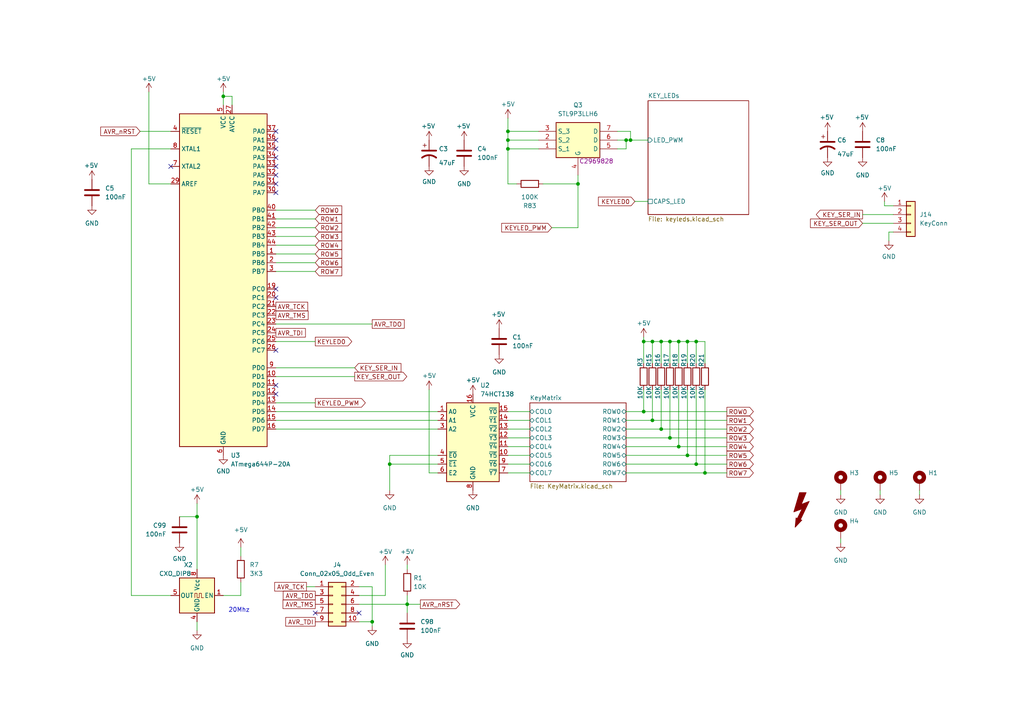
<source format=kicad_sch>
(kicad_sch (version 20250114) (generator "eeschema") (generator_version "9.0")
  (paper "A4")
  (lib_symbols
    (symbol "74xx:74HCT138"
      (property "Reference" "U" (at -7.62 13.97 0))
      (property "Value" "74HCT138" (at 2.54 -11.43 0))
      (symbol "74HCT138_0_1"
        (rectangle (start -7.62 12.7) (end 7.62 -10.16) (stroke (width 0.254)) (fill (type background)))
      )
      (symbol "74HCT138_1_1"
        (pin input line (at -10.16 10.16 0) (length 2.54) (name "A0") (number "1"))
        (pin input line (at -10.16 7.62 0) (length 2.54) (name "A1") (number "2"))
        (pin input line (at -10.16 5.08 0) (length 2.54) (name "A2") (number "3"))
        (pin input line (at -10.16 -2.54 0) (length 2.54) (name "~{E0}") (number "4"))
        (pin input line (at -10.16 -5.08 0) (length 2.54) (name "~{E1}") (number "5"))
        (pin input line (at -10.16 -7.62 0) (length 2.54) (name "E2") (number "6"))
        (pin power_in line (at 0 15.24 270) (length 2.54) (name "VCC") (number "16"))
        (pin power_in line (at 0 -12.7 90) (length 2.54) (name "GND") (number "8"))
        (pin output line (at 10.16 10.16 180) (length 2.54) (name "~{Y0}") (number "15"))
        (pin output line (at 10.16 7.62 180) (length 2.54) (name "~{Y1}") (number "14"))
        (pin output line (at 10.16 5.08 180) (length 2.54) (name "~{Y2}") (number "13"))
        (pin output line (at 10.16 2.54 180) (length 2.54) (name "~{Y3}") (number "12"))
        (pin output line (at 10.16 0 180) (length 2.54) (name "~{Y4}") (number "11"))
        (pin output line (at 10.16 -2.54 180) (length 2.54) (name "~{Y5}") (number "10"))
        (pin output line (at 10.16 -5.08 180) (length 2.54) (name "~{Y6}") (number "9"))
        (pin output line (at 10.16 -7.62 180) (length 2.54) (name "~{Y7}") (number "7"))
      )
    )
    (symbol "Connector_Generic:Conn_01x04" (pin_names (offset 1.016) (hide yes))
      (property "Reference" "J" (at 0 5.08 0))
      (property "Value" "Conn_01x04" (at 0 -7.62 0))
      (symbol "Conn_01x04_1_1"
        (rectangle (start -1.27 3.81) (end 1.27 -6.35) (stroke (width 0.254)) (fill (type background)))
        (rectangle (start -1.27 2.667) (end 0 2.413) (stroke (width 0.1524)))
        (rectangle (start -1.27 0.127) (end 0 -0.127) (stroke (width 0.1524)))
        (rectangle (start -1.27 -2.413) (end 0 -2.667) (stroke (width 0.1524)))
        (rectangle (start -1.27 -4.953) (end 0 -5.207) (stroke (width 0.1524)))
        (pin passive line (at -5.08 2.54 0) (length 3.81) (name "Pin_1") (number "1"))
        (pin passive line (at -5.08 0 0) (length 3.81) (name "Pin_2") (number "2"))
        (pin passive line (at -5.08 -2.54 0) (length 3.81) (name "Pin_3") (number "3"))
        (pin passive line (at -5.08 -5.08 0) (length 3.81) (name "Pin_4") (number "4"))
      )
    )
    (symbol "Connector_Generic:Conn_02x05_Odd_Even" (pin_names (offset 1.016) (hide yes))
      (property "Reference" "J" (at 1.27 7.62 0))
      (property "Value" "Conn_02x05_Odd_Even" (at 1.27 -7.62 0))
      (symbol "Conn_02x05_Odd_Even_1_1"
        (rectangle (start -1.27 6.35) (end 3.81 -6.35) (stroke (width 0.254)) (fill (type background)))
        (rectangle (start -1.27 5.207) (end 0 4.953) (stroke (width 0.1524)))
        (rectangle (start -1.27 2.667) (end 0 2.413) (stroke (width 0.1524)))
        (rectangle (start -1.27 0.127) (end 0 -0.127) (stroke (width 0.1524)))
        (rectangle (start -1.27 -2.413) (end 0 -2.667) (stroke (width 0.1524)))
        (rectangle (start -1.27 -4.953) (end 0 -5.207) (stroke (width 0.1524)))
        (rectangle (start 3.81 5.207) (end 2.54 4.953) (stroke (width 0.1524)))
        (rectangle (start 3.81 2.667) (end 2.54 2.413) (stroke (width 0.1524)))
        (rectangle (start 3.81 0.127) (end 2.54 -0.127) (stroke (width 0.1524)))
        (rectangle (start 3.81 -2.413) (end 2.54 -2.667) (stroke (width 0.1524)))
        (rectangle (start 3.81 -4.953) (end 2.54 -5.207) (stroke (width 0.1524)))
        (pin passive line (at -5.08 5.08 0) (length 3.81) (name "Pin_1") (number "1"))
        (pin passive line (at -5.08 2.54 0) (length 3.81) (name "Pin_3") (number "3"))
        (pin passive line (at -5.08 0 0) (length 3.81) (name "Pin_5") (number "5"))
        (pin passive line (at -5.08 -2.54 0) (length 3.81) (name "Pin_7") (number "7"))
        (pin passive line (at -5.08 -5.08 0) (length 3.81) (name "Pin_9") (number "9"))
        (pin passive line (at 7.62 5.08 180) (length 3.81) (name "Pin_2") (number "2"))
        (pin passive line (at 7.62 2.54 180) (length 3.81) (name "Pin_4") (number "4"))
        (pin passive line (at 7.62 0 180) (length 3.81) (name "Pin_6") (number "6"))
        (pin passive line (at 7.62 -2.54 180) (length 3.81) (name "Pin_8") (number "8"))
        (pin passive line (at 7.62 -5.08 180) (length 3.81) (name "Pin_10") (number "10"))
      )
    )
    (symbol "Device:C" (pin_numbers (hide yes)) (pin_names (offset 0.254))
      (property "Reference" "C" (at 0.635 2.54 0))
      (property "Value" "C" (at 0.635 -2.54 0))
      (symbol "C_0_1"
        (polyline (pts (xy -2.032 0.762) (xy 2.032 0.762)) (stroke (width 0.508)))
        (polyline (pts (xy -2.032 -0.762) (xy 2.032 -0.762)) (stroke (width 0.508)))
      )
      (symbol "C_1_1"
        (pin passive line (at 0 3.81 270) (length 2.794) (name "~") (number "1"))
        (pin passive line (at 0 -3.81 90) (length 2.794) (name "~") (number "2"))
      )
    )
    (symbol "Device:C_Polarized_US" (pin_numbers (hide yes)) (pin_names (offset 0.254) (hide yes))
      (property "Reference" "C" (at 0.635 2.54 0))
      (property "Value" "C_Polarized_US" (at 0.635 -2.54 0))
      (symbol "C_Polarized_US_0_1"
        (polyline (pts (xy -2.032 0.762) (xy 2.032 0.762)) (stroke (width 0.508)))
        (polyline (pts (xy -1.778 2.286) (xy -0.762 2.286)))
        (polyline (pts (xy -1.27 1.778) (xy -1.27 2.794)))
        (arc (start -2.032 -1.27) (mid 0 -0.5572) (end 2.032 -1.27) (stroke (width 0.508)))
      )
      (symbol "C_Polarized_US_1_1"
        (pin passive line (at 0 3.81 270) (length 2.794) (name "~") (number "1"))
        (pin passive line (at 0 -3.81 90) (length 3.302) (name "~") (number "2"))
      )
    )
    (symbol "Device:R" (pin_numbers (hide yes)) (pin_names (offset 0))
      (property "Reference" "R" (at 2.032 0 90))
      (property "Value" "R" (at 0 0 90))
      (symbol "R_0_1"
        (rectangle (start -1.016 -2.54) (end 1.016 2.54) (stroke (width 0.254)))
      )
      (symbol "R_1_1"
        (pin passive line (at 0 3.81 270) (length 1.27) (name "~") (number "1"))
        (pin passive line (at 0 -3.81 90) (length 1.27) (name "~") (number "2"))
      )
    )
    (symbol "Graphic:SYM_Flash_Large" (in_bom no) (on_board no)
      (symbol "SYM_Flash_Large_0_1"
        (polyline (pts (xy -0.508 4.445) (xy 1.397 4.445) (xy 0 1.016) (xy 2.286 1.905) (xy -0.508 -3.937) (xy -1.397 -3.556) (xy 0.254 -0.254) (xy -2.159 -1.143) (xy -0.508 4.445)) (stroke (width 0.2032)) (fill (type outline)))
        (polyline (pts (xy 0.127 -3.556) (xy -1.524 -2.921) (xy -1.778 -5.588) (xy 0.127 -3.556)) (stroke (width 0.2032)) (fill (type outline)))
      )
    )
    (symbol "MCU_Microchip_ATmega:ATmega644P-20A"
      (property "Reference" "U" (at -12.7 49.53 0))
      (property "Value" "ATmega644P-20A" (at 2.54 -49.53 0))
      (symbol "ATmega644P-20A_0_1"
        (rectangle (start -12.7 -48.26) (end 12.7 48.26) (stroke (width 0.254)) (fill (type background)))
      )
      (symbol "ATmega644P-20A_1_1"
        (pin input line (at -15.24 43.18 0) (length 2.54) (name "~{RESET}") (number "4"))
        (pin input line (at -15.24 38.1 0) (length 2.54) (name "XTAL1") (number "8"))
        (pin output line (at -15.24 33.02 0) (length 2.54) (name "XTAL2") (number "7"))
        (pin passive line (at -15.24 27.94 0) (length 2.54) (name "AREF") (number "29"))
        (pin passive line (at 0 50.8 270) (length 2.54) (hide yes) (name "VCC") (number "17"))
        (pin passive line (at 0 50.8 270) (length 2.54) (hide yes) (name "VCC") (number "38"))
        (pin power_in line (at 0 50.8 270) (length 2.54) (name "VCC") (number "5"))
        (pin passive line (at 0 -50.8 90) (length 2.54) (hide yes) (name "GND") (number "18"))
        (pin passive line (at 0 -50.8 90) (length 2.54) (hide yes) (name "GND") (number "28"))
        (pin passive line (at 0 -50.8 90) (length 2.54) (hide yes) (name "GND") (number "39"))
        (pin power_in line (at 0 -50.8 90) (length 2.54) (name "GND") (number "6"))
        (pin power_in line (at 2.54 50.8 270) (length 2.54) (name "AVCC") (number "27"))
        (pin bidirectional line (at 15.24 43.18 180) (length 2.54) (name "PA0") (number "37"))
        (pin bidirectional line (at 15.24 40.64 180) (length 2.54) (name "PA1") (number "36"))
        (pin bidirectional line (at 15.24 38.1 180) (length 2.54) (name "PA2") (number "35"))
        (pin bidirectional line (at 15.24 35.56 180) (length 2.54) (name "PA3") (number "34"))
        (pin bidirectional line (at 15.24 33.02 180) (length 2.54) (name "PA4") (number "33"))
        (pin bidirectional line (at 15.24 30.48 180) (length 2.54) (name "PA5") (number "32"))
        (pin bidirectional line (at 15.24 27.94 180) (length 2.54) (name "PA6") (number "31"))
        (pin bidirectional line (at 15.24 25.4 180) (length 2.54) (name "PA7") (number "30"))
        (pin bidirectional line (at 15.24 20.32 180) (length 2.54) (name "PB0") (number "40"))
        (pin bidirectional line (at 15.24 17.78 180) (length 2.54) (name "PB1") (number "41"))
        (pin bidirectional line (at 15.24 15.24 180) (length 2.54) (name "PB2") (number "42"))
        (pin bidirectional line (at 15.24 12.7 180) (length 2.54) (name "PB3") (number "43"))
        (pin bidirectional line (at 15.24 10.16 180) (length 2.54) (name "PB4") (number "44"))
        (pin bidirectional line (at 15.24 7.62 180) (length 2.54) (name "PB5") (number "1"))
        (pin bidirectional line (at 15.24 5.08 180) (length 2.54) (name "PB6") (number "2"))
        (pin bidirectional line (at 15.24 2.54 180) (length 2.54) (name "PB7") (number "3"))
        (pin bidirectional line (at 15.24 -2.54 180) (length 2.54) (name "PC0") (number "19"))
        (pin bidirectional line (at 15.24 -5.08 180) (length 2.54) (name "PC1") (number "20"))
        (pin bidirectional line (at 15.24 -7.62 180) (length 2.54) (name "PC2") (number "21"))
        (pin bidirectional line (at 15.24 -10.16 180) (length 2.54) (name "PC3") (number "22"))
        (pin bidirectional line (at 15.24 -12.7 180) (length 2.54) (name "PC4") (number "23"))
        (pin bidirectional line (at 15.24 -15.24 180) (length 2.54) (name "PC5") (number "24"))
        (pin bidirectional line (at 15.24 -17.78 180) (length 2.54) (name "PC6") (number "25"))
        (pin bidirectional line (at 15.24 -20.32 180) (length 2.54) (name "PC7") (number "26"))
        (pin bidirectional line (at 15.24 -25.4 180) (length 2.54) (name "PD0") (number "9"))
        (pin bidirectional line (at 15.24 -27.94 180) (length 2.54) (name "PD1") (number "10"))
        (pin bidirectional line (at 15.24 -30.48 180) (length 2.54) (name "PD2") (number "11"))
        (pin bidirectional line (at 15.24 -33.02 180) (length 2.54) (name "PD3") (number "12"))
        (pin bidirectional line (at 15.24 -35.56 180) (length 2.54) (name "PD4") (number "13"))
        (pin bidirectional line (at 15.24 -38.1 180) (length 2.54) (name "PD5") (number "14"))
        (pin bidirectional line (at 15.24 -40.64 180) (length 2.54) (name "PD6") (number "15"))
        (pin bidirectional line (at 15.24 -43.18 180) (length 2.54) (name "PD7") (number "16"))
      )
    )
    (symbol "Mechanical:MountingHole_Pad" (pin_numbers (hide yes)) (pin_names (offset 1.016) (hide yes)) (exclude_from_sim yes) (in_bom no)
      (property "Reference" "H" (at 0 6.35 0))
      (property "Value" "MountingHole_Pad" (at 0 4.445 0))
      (symbol "MountingHole_Pad_0_1"
        (circle (center 0 1.27) (radius 1.27) (stroke (width 1.27)))
      )
      (symbol "MountingHole_Pad_1_1"
        (pin input line (at 0 -2.54 90) (length 2.54) (name "1") (number "1"))
      )
    )
    (symbol "Oscillator:CXO_DIP8" (pin_names (offset 0.254))
      (property "Reference" "X" (at -5.08 6.35 0))
      (property "Value" "CXO_DIP8" (at 1.27 -6.35 0))
      (symbol "CXO_DIP8_0_1"
        (rectangle (start -5.08 5.08) (end 5.08 -5.08) (stroke (width 0.254)) (fill (type background)))
        (polyline (pts (xy -1.905 -0.635) (xy -1.27 -0.635) (xy -1.27 0.635) (xy -0.635 0.635) (xy -0.635 -0.635) (xy 0 -0.635) (xy 0 0.635) (xy 0.635 0.635) (xy 0.635 -0.635)))
      )
      (symbol "CXO_DIP8_1_1"
        (pin input line (at -7.62 0 0) (length 2.54) (name "EN") (number "1"))
        (pin power_in line (at 0 7.62 270) (length 2.54) (name "Vcc") (number "8"))
        (pin power_in line (at 0 -7.62 90) (length 2.54) (name "GND") (number "4"))
        (pin output line (at 7.62 0 180) (length 2.54) (name "OUT") (number "5"))
      )
    )
    (symbol "STL9P3LLH6:STL9P3LLH6"
      (property "Reference" "Q" (at 19.05 7.62 0))
      (property "Value" "STL9P3LLH6" (at 19.05 5.08 0))
      (symbol "STL9P3LLH6_1_1"
        (rectangle (start 5.08 2.54) (end 17.78 -7.62) (stroke (width 0.254)) (fill (type background)))
        (pin passive line (at 0 0 0) (length 5.08) (name "S_1") (number "1"))
        (pin passive line (at 0 -2.54 0) (length 5.08) (name "S_2") (number "2"))
        (pin passive line (at 0 -5.08 0) (length 5.08) (name "S_3") (number "3"))
        (pin passive line (at 11.43 7.62 270) (length 5.08) (name "G") (number "4"))
        (pin passive line (at 22.86 0 180) (length 5.08) (name "D") (number "5"))
        (pin passive line (at 22.86 -2.54 180) (length 5.08) (name "D") (number "6"))
        (pin passive line (at 22.86 -5.08 180) (length 5.08) (name "D") (number "7"))
      )
    )
    (symbol "power:+5V" (power) (pin_names (offset 0))
      (property "Value" "+5V" (at 0 3.556 0))
      (symbol "+5V_0_1"
        (polyline (pts (xy -0.762 1.27) (xy 0 2.54)))
        (polyline (pts (xy 0 2.54) (xy 0.762 1.27)))
        (polyline (pts (xy 0 0) (xy 0 2.54)))
      )
      (symbol "+5V_1_1"
        (pin power_in line (at 0 0 90) (length 0) (hide yes) (name "+5V") (number "1"))
      )
    )
    (symbol "power:GND" (power) (pin_names (offset 0))
      (property "Value" "GND" (at 0 -3.81 0))
      (symbol "GND_0_1"
        (polyline (pts (xy 0 0) (xy 0 -1.27) (xy 1.27 -1.27) (xy 0 -2.54) (xy -1.27 -1.27) (xy 0 -1.27)))
      )
      (symbol "GND_1_1"
        (pin power_in line (at 0 0 270) (length 0) (hide yes) (name "GND") (number "1"))
      )
    )
  )
  (text "20Mhz\n" (at 69.342 177.038 0) (effects (font (size 1.27 1.27))))
  (junction (at 147.32 43.18))
  (junction (at 181.61 40.64))
  (junction (at 186.69 99.06))
  (junction (at 191.77 124.46))
  (junction (at 167.64 53.34))
  (junction (at 57.15 149.86))
  (junction (at 64.77 27.94))
  (junction (at 204.47 137.16))
  (junction (at 201.93 134.62))
  (junction (at 194.31 127))
  (junction (at 199.39 99.06))
  (junction (at 147.32 38.1))
  (junction (at 107.95 180.34))
  (junction (at 147.32 40.64))
  (junction (at 196.85 129.54))
  (junction (at 186.69 119.38))
  (junction (at 199.39 132.08))
  (junction (at 113.03 134.62))
  (junction (at 189.23 121.92))
  (junction (at 182.88 40.64))
  (junction (at 118.11 175.26))
  (junction (at 191.77 99.06))
  (junction (at 194.31 99.06))
  (junction (at 201.93 99.06))
  (junction (at 189.23 99.06))
  (junction (at 196.85 99.06))
  (no_connect (at 80.01 50.8))
  (no_connect (at 80.01 101.6))
  (no_connect (at 80.01 40.64))
  (no_connect (at 80.01 111.76))
  (no_connect (at 80.01 53.34))
  (no_connect (at 80.01 43.18))
  (no_connect (at 80.01 48.26))
  (no_connect (at 104.14 177.8))
  (no_connect (at 80.01 83.82))
  (no_connect (at 80.01 86.36))
  (no_connect (at 91.44 177.8))
  (no_connect (at 80.01 114.3))
  (no_connect (at 80.01 55.88))
  (no_connect (at 80.01 45.72))
  (no_connect (at 80.01 38.1))
  (no_connect (at 49.53 48.26))
  (wire (pts (xy 147.32 43.18) (xy 147.32 53.34)))
  (wire (pts (xy 69.85 172.72) (xy 69.85 168.91)))
  (wire (pts (xy 147.32 121.92) (xy 153.67 121.92)))
  (wire (pts (xy 113.03 134.62) (xy 127 134.62)))
  (wire (pts (xy 49.53 172.72) (xy 38.1 172.72)))
  (wire (pts (xy 186.69 113.03) (xy 186.69 119.38)))
  (wire (pts (xy 80.01 119.38) (xy 127 119.38)))
  (wire (pts (xy 91.44 66.04) (xy 80.01 66.04)))
  (wire (pts (xy 194.31 127) (xy 210.82 127)))
  (wire (pts (xy 91.44 116.84) (xy 80.01 116.84)))
  (wire (pts (xy 147.32 134.62) (xy 153.67 134.62)))
  (wire (pts (xy 118.11 163.83) (xy 118.11 165.1)))
  (wire (pts (xy 107.95 180.34) (xy 107.95 181.61)))
  (wire (pts (xy 160.02 66.04) (xy 167.64 66.04)))
  (wire (pts (xy 181.61 40.64) (xy 182.88 40.64)))
  (wire (pts (xy 257.81 67.31) (xy 257.81 69.85)))
  (wire (pts (xy 118.11 175.26) (xy 118.11 177.8)))
  (wire (pts (xy 57.15 180.34) (xy 57.15 182.88)))
  (wire (pts (xy 189.23 121.92) (xy 210.82 121.92)))
  (wire (pts (xy 204.47 99.06) (xy 201.93 99.06)))
  (wire (pts (xy 104.14 170.18) (xy 107.95 170.18)))
  (wire (pts (xy 243.84 142.24) (xy 243.84 143.51)))
  (wire (pts (xy 250.19 64.77) (xy 259.08 64.77)))
  (wire (pts (xy 196.85 99.06) (xy 194.31 99.06)))
  (wire (pts (xy 67.31 30.48) (xy 67.31 27.94)))
  (wire (pts (xy 204.47 113.03) (xy 204.47 137.16)))
  (wire (pts (xy 181.61 43.18) (xy 181.61 40.64)))
  (wire (pts (xy 147.32 129.54) (xy 153.67 129.54)))
  (wire (pts (xy 259.08 59.69) (xy 256.54 59.69)))
  (wire (pts (xy 167.64 66.04) (xy 167.64 53.34)))
  (wire (pts (xy 147.32 53.34) (xy 149.86 53.34)))
  (wire (pts (xy 124.46 113.03) (xy 124.46 137.16)))
  (wire (pts (xy 80.01 121.92) (xy 127 121.92)))
  (wire (pts (xy 80.01 109.22) (xy 102.87 109.22)))
  (wire (pts (xy 107.95 170.18) (xy 107.95 180.34)))
  (wire (pts (xy 201.93 99.06) (xy 201.93 105.41)))
  (wire (pts (xy 118.11 175.26) (xy 121.92 175.26)))
  (wire (pts (xy 189.23 99.06) (xy 189.23 105.41)))
  (wire (pts (xy 266.7 142.24) (xy 266.7 143.51)))
  (wire (pts (xy 181.61 124.46) (xy 191.77 124.46)))
  (wire (pts (xy 199.39 99.06) (xy 199.39 105.41)))
  (wire (pts (xy 191.77 113.03) (xy 191.77 124.46)))
  (wire (pts (xy 147.32 40.64) (xy 147.32 43.18)))
  (wire (pts (xy 196.85 113.03) (xy 196.85 129.54)))
  (wire (pts (xy 64.77 26.67) (xy 64.77 27.94)))
  (wire (pts (xy 191.77 124.46) (xy 210.82 124.46)))
  (wire (pts (xy 181.61 129.54) (xy 196.85 129.54)))
  (wire (pts (xy 147.32 43.18) (xy 156.21 43.18)))
  (wire (pts (xy 181.61 137.16) (xy 204.47 137.16)))
  (wire (pts (xy 194.31 99.06) (xy 194.31 105.41)))
  (wire (pts (xy 147.32 132.08) (xy 153.67 132.08)))
  (wire (pts (xy 91.44 73.66) (xy 80.01 73.66)))
  (wire (pts (xy 43.18 26.67) (xy 43.18 53.34)))
  (wire (pts (xy 186.69 99.06) (xy 186.69 105.41)))
  (wire (pts (xy 113.03 134.62) (xy 113.03 132.08)))
  (wire (pts (xy 259.08 67.31) (xy 257.81 67.31)))
  (wire (pts (xy 88.9 170.18) (xy 91.44 170.18)))
  (wire (pts (xy 182.88 40.64) (xy 187.96 40.64)))
  (wire (pts (xy 167.64 53.34) (xy 167.64 50.8)))
  (wire (pts (xy 179.07 38.1) (xy 182.88 38.1)))
  (wire (pts (xy 191.77 99.06) (xy 189.23 99.06)))
  (wire (pts (xy 184.15 58.42) (xy 187.96 58.42)))
  (wire (pts (xy 57.15 146.05) (xy 57.15 149.86)))
  (wire (pts (xy 80.01 106.68) (xy 102.87 106.68)))
  (wire (pts (xy 40.64 38.1) (xy 49.53 38.1)))
  (wire (pts (xy 256.54 59.69) (xy 256.54 58.42)))
  (wire (pts (xy 204.47 105.41) (xy 204.47 99.06)))
  (wire (pts (xy 196.85 99.06) (xy 196.85 105.41)))
  (wire (pts (xy 181.61 121.92) (xy 189.23 121.92)))
  (wire (pts (xy 250.19 62.23) (xy 259.08 62.23)))
  (wire (pts (xy 124.46 137.16) (xy 127 137.16)))
  (wire (pts (xy 156.21 38.1) (xy 147.32 38.1)))
  (wire (pts (xy 199.39 113.03) (xy 199.39 132.08)))
  (wire (pts (xy 91.44 71.12) (xy 80.01 71.12)))
  (wire (pts (xy 189.23 99.06) (xy 186.69 99.06)))
  (wire (pts (xy 147.32 34.29) (xy 147.32 38.1)))
  (wire (pts (xy 38.1 172.72) (xy 38.1 43.18)))
  (wire (pts (xy 91.44 63.5) (xy 80.01 63.5)))
  (wire (pts (xy 201.93 113.03) (xy 201.93 134.62)))
  (wire (pts (xy 118.11 172.72) (xy 118.11 175.26)))
  (wire (pts (xy 91.44 78.74) (xy 80.01 78.74)))
  (wire (pts (xy 147.32 40.64) (xy 156.21 40.64)))
  (wire (pts (xy 191.77 99.06) (xy 191.77 105.41)))
  (wire (pts (xy 194.31 113.03) (xy 194.31 127)))
  (wire (pts (xy 181.61 132.08) (xy 199.39 132.08)))
  (wire (pts (xy 147.32 38.1) (xy 147.32 40.64)))
  (wire (pts (xy 64.77 172.72) (xy 69.85 172.72)))
  (wire (pts (xy 255.27 142.24) (xy 255.27 143.51)))
  (wire (pts (xy 182.88 38.1) (xy 182.88 40.64)))
  (wire (pts (xy 113.03 132.08) (xy 127 132.08)))
  (wire (pts (xy 243.84 156.21) (xy 243.84 157.48)))
  (wire (pts (xy 91.44 76.2) (xy 80.01 76.2)))
  (wire (pts (xy 91.44 60.96) (xy 80.01 60.96)))
  (wire (pts (xy 91.44 99.06) (xy 80.01 99.06)))
  (wire (pts (xy 104.14 172.72) (xy 111.76 172.72)))
  (wire (pts (xy 38.1 43.18) (xy 49.53 43.18)))
  (wire (pts (xy 157.48 53.34) (xy 167.64 53.34)))
  (wire (pts (xy 111.76 172.72) (xy 111.76 163.83)))
  (wire (pts (xy 147.32 124.46) (xy 153.67 124.46)))
  (wire (pts (xy 67.31 27.94) (xy 64.77 27.94)))
  (wire (pts (xy 57.15 149.86) (xy 57.15 165.1)))
  (wire (pts (xy 147.32 127) (xy 153.67 127)))
  (wire (pts (xy 181.61 134.62) (xy 201.93 134.62)))
  (wire (pts (xy 147.32 137.16) (xy 153.67 137.16)))
  (wire (pts (xy 80.01 124.46) (xy 127 124.46)))
  (wire (pts (xy 64.77 27.94) (xy 64.77 30.48)))
  (wire (pts (xy 199.39 99.06) (xy 196.85 99.06)))
  (wire (pts (xy 49.53 53.34) (xy 43.18 53.34)))
  (wire (pts (xy 181.61 119.38) (xy 186.69 119.38)))
  (wire (pts (xy 189.23 113.03) (xy 189.23 121.92)))
  (wire (pts (xy 181.61 127) (xy 194.31 127)))
  (wire (pts (xy 147.32 119.38) (xy 153.67 119.38)))
  (wire (pts (xy 69.85 158.75) (xy 69.85 161.29)))
  (wire (pts (xy 52.07 149.86) (xy 57.15 149.86)))
  (wire (pts (xy 201.93 99.06) (xy 199.39 99.06)))
  (wire (pts (xy 179.07 43.18) (xy 181.61 43.18)))
  (wire (pts (xy 204.47 137.16) (xy 210.82 137.16)))
  (wire (pts (xy 186.69 119.38) (xy 210.82 119.38)))
  (wire (pts (xy 179.07 40.64) (xy 181.61 40.64)))
  (wire (pts (xy 80.01 93.98) (xy 107.95 93.98)))
  (wire (pts (xy 104.14 175.26) (xy 118.11 175.26)))
  (wire (pts (xy 194.31 99.06) (xy 191.77 99.06)))
  (wire (pts (xy 186.69 97.79) (xy 186.69 99.06)))
  (wire (pts (xy 199.39 132.08) (xy 210.82 132.08)))
  (wire (pts (xy 196.85 129.54) (xy 210.82 129.54)))
  (wire (pts (xy 104.14 180.34) (xy 107.95 180.34)))
  (wire (pts (xy 91.44 68.58) (xy 80.01 68.58)))
  (wire (pts (xy 201.93 134.62) (xy 210.82 134.62)))
  (wire (pts (xy 113.03 142.24) (xy 113.03 134.62)))
  (global_label "ROW0" (shape output) (at 210.82 119.38 0) (property "Intersheetrefs" "${INTERSHEET_REFS}" (effects (hide yes))))
  (global_label "ROW2" (shape input) (at 91.44 66.04 0) (property "Intersheetrefs" "${INTERSHEET_REFS}" (effects (hide yes))))
  (global_label "AVR_TCK" (shape passive) (at 88.9 170.18 180) (property "Intersheetrefs" "${INTERSHEET_REFS}" (effects (hide yes))))
  (global_label "AVR_TDO" (shape passive) (at 107.95 93.98 0) (property "Intersheetrefs" "${INTERSHEET_REFS}" (effects (hide yes))))
  (global_label "ROW0" (shape input) (at 91.44 60.96 0) (property "Intersheetrefs" "${INTERSHEET_REFS}" (effects (hide yes))))
  (global_label "ROW4" (shape input) (at 91.44 71.12 0) (property "Intersheetrefs" "${INTERSHEET_REFS}" (effects (hide yes))))
  (global_label "AVR_TMS" (shape passive) (at 91.44 175.26 180) (property "Intersheetrefs" "${INTERSHEET_REFS}" (effects (hide yes))))
  (global_label "ROW5" (shape input) (at 91.44 73.66 0) (property "Intersheetrefs" "${INTERSHEET_REFS}" (effects (hide yes))))
  (global_label "AVR_TDI" (shape passive) (at 80.01 96.52 0) (property "Intersheetrefs" "${INTERSHEET_REFS}" (effects (hide yes))))
  (global_label "ROW6" (shape input) (at 91.44 76.2 0) (property "Intersheetrefs" "${INTERSHEET_REFS}" (effects (hide yes))))
  (global_label "KEY_SER_IN" (shape output) (at 250.19 62.23 180) (property "Intersheetrefs" "${INTERSHEET_REFS}" (effects (hide yes))))
  (global_label "AVR_TDI" (shape passive) (at 91.44 180.34 180) (property "Intersheetrefs" "${INTERSHEET_REFS}" (effects (hide yes))))
  (global_label "KEYLED_PWM" (shape input) (at 160.02 66.04 180) (property "Intersheetrefs" "${INTERSHEET_REFS}" (effects (hide yes))))
  (global_label "KEY_SER_OUT" (shape input) (at 250.19 64.77 180) (property "Intersheetrefs" "${INTERSHEET_REFS}" (effects (hide yes))))
  (global_label "ROW4" (shape output) (at 210.82 129.54 0) (property "Intersheetrefs" "${INTERSHEET_REFS}" (effects (hide yes))))
  (global_label "AVR_TMS" (shape passive) (at 80.01 91.44 0) (property "Intersheetrefs" "${INTERSHEET_REFS}" (effects (hide yes))))
  (global_label "AVR_nRST" (shape output) (at 121.92 175.26 0) (property "Intersheetrefs" "${INTERSHEET_REFS}" (effects (hide yes))))
  (global_label "KEY_SER_OUT" (shape output) (at 102.87 109.22 0) (property "Intersheetrefs" "${INTERSHEET_REFS}" (effects (hide yes))))
  (global_label "ROW3" (shape output) (at 210.82 127 0) (property "Intersheetrefs" "${INTERSHEET_REFS}" (effects (hide yes))))
  (global_label "KEYLED0" (shape input) (at 184.15 58.42 180) (property "Intersheetrefs" "${INTERSHEET_REFS}" (effects (hide yes))))
  (global_label "KEYLED0" (shape output) (at 91.44 99.06 0) (property "Intersheetrefs" "${INTERSHEET_REFS}" (effects (hide yes))))
  (global_label "ROW6" (shape output) (at 210.82 134.62 0) (property "Intersheetrefs" "${INTERSHEET_REFS}" (effects (hide yes))))
  (global_label "ROW3" (shape input) (at 91.44 68.58 0) (property "Intersheetrefs" "${INTERSHEET_REFS}" (effects (hide yes))))
  (global_label "ROW7" (shape output) (at 210.82 137.16 0) (property "Intersheetrefs" "${INTERSHEET_REFS}" (effects (hide yes))))
  (global_label "AVR_TDO" (shape passive) (at 91.44 172.72 180) (property "Intersheetrefs" "${INTERSHEET_REFS}" (effects (hide yes))))
  (global_label "ROW7" (shape input) (at 91.44 78.74 0) (property "Intersheetrefs" "${INTERSHEET_REFS}" (effects (hide yes))))
  (global_label "ROW1" (shape input) (at 91.44 63.5 0) (property "Intersheetrefs" "${INTERSHEET_REFS}" (effects (hide yes))))
  (global_label "ROW2" (shape output) (at 210.82 124.46 0) (property "Intersheetrefs" "${INTERSHEET_REFS}" (effects (hide yes))))
  (global_label "ROW5" (shape output) (at 210.82 132.08 0) (property "Intersheetrefs" "${INTERSHEET_REFS}" (effects (hide yes))))
  (global_label "ROW1" (shape output) (at 210.82 121.92 0) (property "Intersheetrefs" "${INTERSHEET_REFS}" (effects (hide yes))))
  (global_label "KEYLED_PWM" (shape output) (at 91.44 116.84 0) (property "Intersheetrefs" "${INTERSHEET_REFS}" (effects (hide yes))))
  (global_label "AVR_TCK" (shape passive) (at 80.01 88.9 0) (property "Intersheetrefs" "${INTERSHEET_REFS}" (effects (hide yes))))
  (global_label "KEY_SER_IN" (shape input) (at 102.87 106.68 0) (property "Intersheetrefs" "${INTERSHEET_REFS}" (effects (hide yes))))
  (global_label "AVR_nRST" (shape input) (at 40.64 38.1 180) (property "Intersheetrefs" "${INTERSHEET_REFS}" (effects (hide yes))))
  (symbol (lib_id "power:+5V") (at 118.11 163.83 0) (unit 1)
    (property "Reference" "#PWR023" (effects (hide yes)))
    (property "Value" "+5V" (at 118.11 160.02 0))
  )
  (symbol (lib_id "power:GND") (at 250.19 45.72 0) (unit 1)
    (property "Reference" "#PWR025" (effects (hide yes)))
    (property "Value" "GND" (at 250.19 50.8 0))
  )
  (symbol (lib_id "power:+5V") (at 69.85 158.75 0) (unit 1)
    (property "Reference" "#PWR042" (effects (hide yes)))
    (property "Value" "+5V" (at 69.85 153.67 0))
  )
  (symbol (lib_id "power:+5V") (at 26.67 52.07 0) (unit 1)
    (property "Reference" "#PWR034" (effects (hide yes)))
    (property "Value" "+5V" (at 26.416 48.006 0))
  )
  (symbol (lib_id "power:GND") (at 243.84 143.51 0) (unit 1)
    (property "Reference" "#PWR0101" (effects (hide yes)))
    (property "Value" "GND" (at 243.84 148.59 0))
    (property "Description" "Power symbol creates a global label with name \"GND\" , ground" (effects (hide yes)))
  )
  (symbol (lib_id "power:GND") (at 255.27 143.51 0) (unit 1)
    (property "Reference" "#PWR05" (effects (hide yes)))
    (property "Value" "GND" (at 255.27 148.59 0))
    (property "Description" "Power symbol creates a global label with name \"GND\" , ground" (effects (hide yes)))
  )
  (symbol (lib_id "Device:R") (at 153.67 53.34 90) (unit 1)
    (property "Reference" "R83" (at 153.67 59.69 90))
    (property "Value" "100K" (at 153.67 57.15 90))
    (property "Footprint" "Resistor_SMD:R_0402_1005Metric" (effects (hide yes)))
    (property "Description" "Resistor" (effects (hide yes)))
    (property "LCSC" "DNF" (effects (hide yes)))
  )
  (symbol (lib_id "Device:C") (at 26.67 55.88 0) (unit 1)
    (property "Reference" "C5" (at 30.48 54.6099 0) (effects (justify left)))
    (property "Value" "100nF" (at 30.48 57.1499 0) (effects (justify left)))
    (property "Footprint" "Capacitor_SMD:C_0805_2012Metric" (effects (hide yes)))
    (property "Description" "Unpolarized capacitor" (effects (hide yes)))
    (property "LCSC" "C49678" (effects (hide yes)))
  )
  (symbol (lib_id "74xx:74HCT138") (at 137.16 129.54 0) (unit 1)
    (property "Reference" "U2" (at 139.3033 111.76 0) (effects (justify left)))
    (property "Value" "74HCT138" (at 139.3033 114.3 0) (effects (justify left)))
    (property "Footprint" "Package_SO:SSOP-16_5.3x6.2mm_P0.65mm" (effects (hide yes)))
    (property "Datasheet" "http://www.ti.com/lit/ds/symlink/cd74hc238.pdf" (effects (hide yes)))
    (property "Description" "3-to-8 line decoder/multiplexer inverting, DIP-16/SOIC-16/SSOP-16" (effects (hide yes)))
    (property "LCSC" "C8115" (effects (hide yes)))
  )
  (symbol (lib_id "power:GND") (at 107.95 181.61 0) (mirror y) (unit 1)
    (property "Reference" "#PWR052" (effects (hide yes)))
    (property "Value" "GND" (at 107.95 186.69 0))
    (property "Description" "Power symbol creates a global label with name \"GND\" , ground" (effects (hide yes)))
  )
  (symbol (lib_id "power:GND") (at 52.07 157.48 0) (mirror y) (unit 1)
    (property "Reference" "#PWR039" (effects (hide yes)))
    (property "Value" "GND" (at 52.07 162.0425 0))
  )
  (symbol (lib_id "Connector_Generic:Conn_02x05_Odd_Even") (at 96.52 175.26 0) (unit 1)
    (property "Reference" "J4" (at 97.79 163.83 0))
    (property "Value" "Conn_02x05_Odd_Even" (at 97.79 166.37 0))
    (property "Footprint" "Connector_PinHeader_2.54mm:PinHeader_2x05_P2.54mm_Horizontal" (effects (hide yes)))
    (property "Description" "Generic connector, double row, 02x05, odd/even pin numbering scheme (row 1 odd numbers, row 2 even numbers), script generated (kicad-library-utils/schlib/autogen/connector/)" (effects (hide yes)))
    (property "LCSC" "DNF" (effects (hide yes)))
  )
  (symbol (lib_id "Device:R") (at 199.39 109.22 0) (mirror y) (unit 1)
    (property "Reference" "R19" (at 198.374 106.426 90) (effects (justify left)))
    (property "Value" "10K" (at 198.374 115.824 90) (effects (justify left)))
    (property "Footprint" "Resistor_SMD:R_0603_1608Metric_Pad0.98x0.95mm_HandSolder" (effects (hide yes)))
    (property "LCSC" "DNF" (effects (hide yes)))
  )
  (symbol (lib_id "power:+5V") (at 64.77 26.67 0) (mirror y) (unit 1)
    (property "Reference" "#PWR010" (effects (hide yes)))
    (property "Value" "+5V" (at 64.77 22.86 0))
  )
  (symbol (lib_id "Device:R") (at 201.93 109.22 0) (mirror y) (unit 1)
    (property "Reference" "R20" (at 200.914 106.426 90) (effects (justify left)))
    (property "Value" "10K" (at 200.914 115.824 90) (effects (justify left)))
    (property "Footprint" "Resistor_SMD:R_0603_1608Metric_Pad0.98x0.95mm_HandSolder" (effects (hide yes)))
    (property "LCSC" "DNF" (effects (hide yes)))
  )
  (symbol (lib_id "power:+5V") (at 144.78 95.25 0) (unit 1)
    (property "Reference" "#PWR026" (effects (hide yes)))
    (property "Value" "+5V" (at 144.526 91.186 0))
  )
  (symbol (lib_id "power:GND") (at 137.16 142.24 0) (mirror y) (unit 1)
    (property "Reference" "#PWR09" (effects (hide yes)))
    (property "Value" "GND" (at 137.16 147.32 0))
    (property "Description" "Power symbol creates a global label with name \"GND\" , ground" (effects (hide yes)))
  )
  (symbol (lib_id "Device:R") (at 186.69 109.22 0) (mirror y) (unit 1)
    (property "Reference" "R3" (at 185.674 106.426 90) (effects (justify left)))
    (property "Value" "10K" (at 185.674 115.824 90) (effects (justify left)))
    (property "Footprint" "Resistor_SMD:R_0603_1608Metric_Pad0.98x0.95mm_HandSolder" (effects (hide yes)))
    (property "LCSC" "DNF" (effects (hide yes)))
  )
  (symbol (lib_id "power:GND") (at 113.03 142.24 0) (mirror y) (unit 1)
    (property "Reference" "#PWR011" (effects (hide yes)))
    (property "Value" "GND" (at 113.03 147.32 0))
    (property "Description" "Power symbol creates a global label with name \"GND\" , ground" (effects (hide yes)))
  )
  (symbol (lib_id "Device:R") (at 194.31 109.22 0) (mirror y) (unit 1)
    (property "Reference" "R17" (at 193.294 106.426 90) (effects (justify left)))
    (property "Value" "10K" (at 193.294 115.824 90) (effects (justify left)))
    (property "Footprint" "Resistor_SMD:R_0603_1608Metric_Pad0.98x0.95mm_HandSolder" (effects (hide yes)))
    (property "LCSC" "DNF" (effects (hide yes)))
  )
  (symbol (lib_id "Device:C") (at 250.19 41.91 0) (unit 1)
    (property "Reference" "C8" (at 254 40.6399 0) (effects (justify left)))
    (property "Value" "100nF" (at 254 43.1799 0) (effects (justify left)))
    (property "Footprint" "Capacitor_SMD:C_0805_2012Metric" (effects (hide yes)))
    (property "Description" "Unpolarized capacitor" (effects (hide yes)))
    (property "LCSC" "C49678" (effects (hide yes)))
  )
  (symbol (lib_id "power:GND") (at 64.77 132.08 0) (mirror y) (unit 1)
    (property "Reference" "#PWR017" (effects (hide yes)))
    (property "Value" "GND" (at 64.77 136.6425 0))
  )
  (symbol (lib_id "power:+5V") (at 250.19 38.1 0) (unit 1)
    (property "Reference" "#PWR024" (effects (hide yes)))
    (property "Value" "+5V" (at 249.936 34.036 0))
  )
  (symbol (lib_id "Device:R") (at 118.11 168.91 0) (unit 1)
    (property "Reference" "R1" (at 119.888 167.64 0) (effects (justify left)))
    (property "Value" "10K" (at 119.888 170.18 0) (effects (justify left)))
    (property "Footprint" "Resistor_SMD:R_0603_1608Metric_Pad0.98x0.95mm_HandSolder" (effects (hide yes)))
    (property "LCSC" "DNF" (effects (hide yes)))
  )
  (symbol (lib_id "Device:C_Polarized_US") (at 124.46 44.45 0) (unit 1)
    (property "Reference" "C3" (at 127.254 43.18 0) (effects (justify left)))
    (property "Value" "47uF" (at 127.254 47.244 0) (effects (justify left)))
    (property "Footprint" "Capacitor_SMD:C_1206_3216Metric" (effects (hide yes)))
    (property "LCSC" "C96123" (effects (hide yes)))
  )
  (symbol (lib_id "Device:C") (at 144.78 99.06 0) (unit 1)
    (property "Reference" "C1" (at 148.59 97.7899 0) (effects (justify left)))
    (property "Value" "100nF" (at 148.59 100.3299 0) (effects (justify left)))
    (property "Footprint" "Capacitor_SMD:C_0805_2012Metric" (effects (hide yes)))
    (property "Description" "Unpolarized capacitor" (effects (hide yes)))
    (property "LCSC" "C49678" (effects (hide yes)))
  )
  (symbol (lib_id "Device:C") (at 52.07 153.67 0) (mirror y) (unit 1)
    (property "Reference" "C99" (at 48.26 152.3999 0) (effects (justify left)))
    (property "Value" "100nF" (at 48.26 154.9399 0) (effects (justify left)))
    (property "Footprint" "Capacitor_SMD:C_0805_2012Metric" (effects (hide yes)))
    (property "Description" "Unpolarized capacitor" (effects (hide yes)))
    (property "LCSC" "C49678" (effects (hide yes)))
  )
  (symbol (lib_id "Mechanical:MountingHole_Pad") (at 243.84 139.7 0) (unit 1) (exclude_from_sim yes)
    (property "Reference" "H3" (at 246.38 137.1599 0) (effects (justify left)))
    (property "Value" "MountingHole_Pad" (effects (hide yes)))
    (property "Footprint" "MountingHole:MountingHole_3.2mm_M3_Pad_TopBottom" (effects (hide yes)))
    (property "Description" "Mounting Hole with connection" (effects (hide yes)))
    (property "LCSC" "DNF" (effects (hide yes)))
  )
  (symbol (lib_id "power:+5V") (at 186.69 97.79 0) (unit 1)
    (property "Reference" "#PWR02" (effects (hide yes)))
    (property "Value" "+5V" (at 186.69 93.726 0))
  )
  (symbol (lib_id "Graphic:SYM_Flash_Large") (at 232.41 147.32 0) (unit 1) (exclude_from_sim yes) (in_bom no)
    (property "Reference" "FOX1" (effects (hide yes)))
    (property "Value" "SYM_Flash_Large" (effects (hide yes)))
    (property "Footprint" "PaulasKiCADFootPrint:Fox_avatar_18mm" (effects (hide yes)))
    (property "Description" "Flash symbol, large" (effects (hide yes)))
    (property "LCSC" "DNF" (effects (hide yes)))
  )
  (symbol (lib_id "power:GND") (at 118.11 185.42 0) (mirror y) (unit 1)
    (property "Reference" "#PWR018" (effects (hide yes)))
    (property "Value" "GND" (at 118.11 189.9825 0))
  )
  (symbol (lib_id "power:+5V") (at 137.16 114.3 0) (mirror y) (unit 1)
    (property "Reference" "#PWR01" (effects (hide yes)))
    (property "Value" "+5V" (at 137.16 110.236 0))
  )
  (symbol (lib_id "Device:R") (at 204.47 109.22 0) (mirror y) (unit 1)
    (property "Reference" "R21" (at 203.454 106.426 90) (effects (justify left)))
    (property "Value" "10K" (at 203.454 115.824 90) (effects (justify left)))
    (property "Footprint" "Resistor_SMD:R_0603_1608Metric_Pad0.98x0.95mm_HandSolder" (effects (hide yes)))
    (property "LCSC" "DNF" (effects (hide yes)))
  )
  (symbol (lib_id "Mechanical:MountingHole_Pad") (at 266.7 139.7 0) (unit 1) (exclude_from_sim yes)
    (property "Reference" "H1" (at 269.24 137.1599 0) (effects (justify left)))
    (property "Value" "MountingHole_Pad" (effects (hide yes)))
    (property "Footprint" "MountingHole:MountingHole_3.2mm_M3_Pad_TopBottom" (effects (hide yes)))
    (property "Description" "Mounting Hole with connection" (effects (hide yes)))
    (property "LCSC" "DNF" (effects (hide yes)))
  )
  (symbol (lib_id "Device:C_Polarized_US") (at 240.03 41.91 0) (unit 1)
    (property "Reference" "C6" (at 242.824 40.64 0) (effects (justify left)))
    (property "Value" "47uF" (at 242.824 44.704 0) (effects (justify left)))
    (property "Footprint" "Capacitor_SMD:C_1206_3216Metric" (effects (hide yes)))
    (property "LCSC" "C96123" (effects (hide yes)))
  )
  (symbol (lib_id "Device:R") (at 196.85 109.22 0) (mirror y) (unit 1)
    (property "Reference" "R18" (at 195.834 106.426 90) (effects (justify left)))
    (property "Value" "10K" (at 195.834 115.824 90) (effects (justify left)))
    (property "Footprint" "Resistor_SMD:R_0603_1608Metric_Pad0.98x0.95mm_HandSolder" (effects (hide yes)))
    (property "LCSC" "DNF" (effects (hide yes)))
  )
  (symbol (lib_id "Mechanical:MountingHole_Pad") (at 243.84 153.67 0) (unit 1) (exclude_from_sim yes)
    (property "Reference" "H4" (at 246.38 151.1299 0) (effects (justify left)))
    (property "Value" "MountingHole_Pad" (effects (hide yes)))
    (property "Footprint" "MountingHole:MountingHole_3.2mm_M3_Pad_TopBottom" (effects (hide yes)))
    (property "Description" "Mounting Hole with connection" (effects (hide yes)))
    (property "LCSC" "DNF" (effects (hide yes)))
  )
  (symbol (lib_id "MCU_Microchip_ATmega:ATmega644P-20A") (at 64.77 81.28 0) (unit 1)
    (property "Reference" "U3" (at 66.9133 132.08 0) (effects (justify left)))
    (property "Value" "ATmega644P-20A" (at 66.9133 134.62 0) (effects (justify left)))
    (property "Footprint" "Package_QFP:TQFP-44_10x10mm_P0.8mm" (effects (hide yes)))
    (property "Datasheet" "http://ww1.microchip.com/downloads/en/DeviceDoc/Atmel-42744-ATmega644P_Datasheet.pdf" (effects (hide yes)))
    (property "Description" "20MHz, 64kB Flash, 4kB SRAM, 2kB EEPROM, JTAG, TQFP-44" (effects (hide yes)))
  )
  (symbol (lib_id "power:+5V") (at 256.54 58.42 0) (mirror y) (unit 1)
    (property "Reference" "#PWR0202" (effects (hide yes)))
    (property "Value" "+5V" (at 256.54 54.61 0))
  )
  (symbol (lib_id "Device:C") (at 134.62 44.45 0) (unit 1)
    (property "Reference" "C4" (at 138.43 43.1799 0) (effects (justify left)))
    (property "Value" "100nF" (at 138.43 45.7199 0) (effects (justify left)))
    (property "Footprint" "Capacitor_SMD:C_0805_2012Metric" (effects (hide yes)))
    (property "Description" "Unpolarized capacitor" (effects (hide yes)))
    (property "LCSC" "C49678" (effects (hide yes)))
  )
  (symbol (lib_id "power:GND") (at 57.15 182.88 0) (mirror y) (unit 1)
    (property "Reference" "#PWR08" (effects (hide yes)))
    (property "Value" "GND" (at 57.15 187.96 0))
    (property "Description" "Power symbol creates a global label with name \"GND\" , ground" (effects (hide yes)))
  )
  (symbol (lib_id "Device:C") (at 118.11 181.61 0) (unit 1)
    (property "Reference" "C98" (at 121.92 180.3399 0) (effects (justify left)))
    (property "Value" "100nF" (at 121.92 182.8799 0) (effects (justify left)))
    (property "Footprint" "Capacitor_SMD:C_0805_2012Metric" (effects (hide yes)))
    (property "Description" "Unpolarized capacitor" (effects (hide yes)))
    (property "LCSC" "C49678" (effects (hide yes)))
  )
  (symbol (lib_id "power:+5V") (at 124.46 40.64 0) (unit 1)
    (property "Reference" "#PWR030" (effects (hide yes)))
    (property "Value" "+5V" (at 124.206 36.576 0))
  )
  (symbol (lib_id "power:GND") (at 240.03 45.72 0) (unit 1)
    (property "Reference" "#PWR021" (effects (hide yes)))
    (property "Value" "GND" (at 240.03 50.165 0))
  )
  (symbol (lib_id "power:GND") (at 257.81 69.85 0) (mirror y) (unit 1)
    (property "Reference" "#PWR0203" (effects (hide yes)))
    (property "Value" "GND" (at 257.81 74.4125 0))
  )
  (symbol (lib_id "power:+5V") (at 240.03 38.1 0) (unit 1)
    (property "Reference" "#PWR020" (effects (hide yes)))
    (property "Value" "+5V" (at 239.776 34.036 0))
  )
  (symbol (lib_id "STL9P3LLH6:STL9P3LLH6") (at 156.21 43.18 0) (mirror x) (unit 1)
    (property "Reference" "Q3" (at 167.64 30.48 0))
    (property "Value" "STL9P3LLH6" (at 167.64 33.02 0))
    (property "Footprint" "STL9P3LLH6:STL20N6F7" (effects (hide yes)))
    (property "Datasheet" "https://www.st.com/resource/en/datasheet/stl9p3llh6.pdf" (effects (hide yes)))
    (property "Description" "MOSFET P-channel -30 V, 12 mOhm typ., -9 A STripFET H6 Power MOSFET in a PowerFLAT 3.3 x 3.3 package" (effects (hide yes)))
    (property "Manufacturer_Name" "STMicroelectronics" (effects (hide yes)))
    (property "Manufacturer_Part_Number" "STL9P3LLH6" (effects (hide yes)))
    (property "Mouser Part Number" "511-STL9P3LLH6" (effects (hide yes)))
    (property "Mouser Price/Stock" "https://www.mouser.co.uk/ProductDetail/STMicroelectronics/STL9P3LLH6?qs=mKNKSX85ZJeHtH1e81LEbQ%3D%3D" (effects (hide yes)))
    (property "Arrow Part Number" "STL9P3LLH6" (effects (hide yes)))
    (property "Arrow Price/Stock" "https://www.arrow.com/en/products/stl9p3llh6/stmicroelectronics?region=europe" (effects (hide yes)))
    (property "LCSC" "C2969828" (at 172.974 46.736 0))
  )
  (symbol (lib_id "power:GND") (at 26.67 59.69 0) (unit 1)
    (property "Reference" "#PWR035" (effects (hide yes)))
    (property "Value" "GND" (at 26.67 64.77 0))
  )
  (symbol (lib_id "power:GND") (at 266.7 143.51 0) (unit 1)
    (property "Reference" "#PWR06" (effects (hide yes)))
    (property "Value" "GND" (at 266.7 148.59 0))
    (property "Description" "Power symbol creates a global label with name \"GND\" , ground" (effects (hide yes)))
  )
  (symbol (lib_id "power:GND") (at 124.46 48.26 0) (unit 1)
    (property "Reference" "#PWR031" (effects (hide yes)))
    (property "Value" "GND" (at 124.46 52.705 0))
  )
  (symbol (lib_id "power:+5V") (at 134.62 40.64 0) (unit 1)
    (property "Reference" "#PWR032" (effects (hide yes)))
    (property "Value" "+5V" (at 134.366 36.576 0))
  )
  (symbol (lib_id "power:GND") (at 134.62 48.26 0) (unit 1)
    (property "Reference" "#PWR033" (effects (hide yes)))
    (property "Value" "GND" (at 134.62 53.34 0))
  )
  (symbol (lib_id "Oscillator:CXO_DIP8") (at 57.15 172.72 0) (mirror y) (unit 1)
    (property "Reference" "X2" (at 54.61 163.83 0))
    (property "Value" "CXO_DIP8" (at 50.8 166.37 0))
    (property "Footprint" "Oscillator:Oscillator_DIP-8" (effects (hide yes)))
    (property "Datasheet" "http://cdn-reichelt.de/documents/datenblatt/B400/OSZI.pdf" (effects (hide yes)))
    (property "LCSC" "DNF" (effects (hide yes)))
  )
  (symbol (lib_id "power:+5V") (at 57.15 146.05 0) (mirror y) (unit 1)
    (property "Reference" "#PWR040" (effects (hide yes)))
    (property "Value" "+5V" (at 57.15 141.986 0))
  )
  (symbol (lib_id "Device:R") (at 191.77 109.22 0) (mirror y) (unit 1)
    (property "Reference" "R16" (at 190.754 106.426 90) (effects (justify left)))
    (property "Value" "10K" (at 190.754 115.824 90) (effects (justify left)))
    (property "Footprint" "Resistor_SMD:R_0603_1608Metric_Pad0.98x0.95mm_HandSolder" (effects (hide yes)))
    (property "LCSC" "DNF" (effects (hide yes)))
  )
  (symbol (lib_id "power:GND") (at 144.78 102.87 0) (unit 1)
    (property "Reference" "#PWR028" (effects (hide yes)))
    (property "Value" "GND" (at 144.78 107.95 0))
  )
  (symbol (lib_id "power:GND") (at 243.84 157.48 0) (unit 1)
    (property "Reference" "#PWR04" (effects (hide yes)))
    (property "Value" "GND" (at 243.84 162.56 0))
    (property "Description" "Power symbol creates a global label with name \"GND\" , ground" (effects (hide yes)))
  )
  (symbol (lib_id "Device:R") (at 69.85 165.1 0) (unit 1)
    (property "Reference" "R7" (at 72.39 163.8299 0) (effects (justify left)))
    (property "Value" "3K3" (at 72.39 166.3699 0) (effects (justify left)))
    (property "Footprint" "Resistor_SMD:R_0603_1608Metric_Pad0.98x0.95mm_HandSolder" (effects (hide yes)))
    (property "LCSC" "DNF" (effects (hide yes)))
  )
  (symbol (lib_id "Mechanical:MountingHole_Pad") (at 255.27 139.7 0) (unit 1) (exclude_from_sim yes)
    (property "Reference" "H5" (at 257.81 137.1599 0) (effects (justify left)))
    (property "Value" "MountingHole_Pad" (effects (hide yes)))
    (property "Footprint" "MountingHole:MountingHole_3.2mm_M3_Pad_TopBottom" (effects (hide yes)))
    (property "Description" "Mounting Hole with connection" (effects (hide yes)))
    (property "LCSC" "DNF" (effects (hide yes)))
  )
  (symbol (lib_id "power:+5V") (at 43.18 26.67 0) (mirror y) (unit 1)
    (property "Reference" "#PWR016" (effects (hide yes)))
    (property "Value" "+5V" (at 43.18 22.86 0))
  )
  (symbol (lib_id "power:+5V") (at 147.32 34.29 0) (unit 1)
    (property "Reference" "#PWR013" (effects (hide yes)))
    (property "Value" "+5V" (at 147.32 30.226 0))
  )
  (symbol (lib_id "Device:R") (at 189.23 109.22 0) (mirror y) (unit 1)
    (property "Reference" "R15" (at 188.214 106.426 90) (effects (justify left)))
    (property "Value" "10K" (at 188.214 115.824 90) (effects (justify left)))
    (property "Footprint" "Resistor_SMD:R_0603_1608Metric_Pad0.98x0.95mm_HandSolder" (effects (hide yes)))
    (property "LCSC" "DNF" (effects (hide yes)))
  )
  (symbol (lib_id "power:+5V") (at 111.76 163.83 0) (mirror y) (unit 1)
    (property "Reference" "#PWR051" (effects (hide yes)))
    (property "Value" "+5V" (at 111.76 160.02 0))
  )
  (symbol (lib_id "Connector_Generic:Conn_01x04") (at 264.16 62.23 0) (unit 1)
    (property "Reference" "J14" (at 266.7 62.2299 0) (effects (justify left)))
    (property "Value" "KeyConn" (at 266.7 64.7699 0) (effects (justify left)))
    (property "Footprint" "Connector_PinHeader_2.54mm:PinHeader_1x04_P2.54mm_Horizontal" (effects (hide yes)))
    (property "Description" "Generic connector, single row, 01x04, script generated (kicad-library-utils/schlib/autogen/connector/)" (effects (hide yes)))
    (property "LCSC" "DNF" (effects (hide yes)))
  )
  (symbol (lib_id "power:+5V") (at 124.46 113.03 0) (mirror y) (unit 1)
    (property "Reference" "#PWR012" (effects (hide yes)))
    (property "Value" "+5V" (at 124.46 108.966 0))
  )
  (sheet (at 153.67 116.84) (size 27.94 22.86) (stroke (width 0.1524))
    (property "Sheetname" "KeyMatrix" (at 153.67 116.1284 0) (effects (justify left bottom)))
    (property "Sheetfile" "KeyMatrix.kicad_sch" (at 153.67 140.2846 0) (effects (justify left top)))
    (pin "COL3" bidirectional (at 153.67 127 180))
    (pin "COL4" bidirectional (at 153.67 129.54 180))
    (pin "COL1" bidirectional (at 153.67 121.92 180))
    (pin "COL2" bidirectional (at 153.67 124.46 180))
    (pin "COL0" bidirectional (at 153.67 119.38 180))
    (pin "COL7" bidirectional (at 153.67 137.16 180))
    (pin "COL6" bidirectional (at 153.67 134.62 180))
    (pin "COL5" bidirectional (at 153.67 132.08 180))
    (pin "ROW2" bidirectional (at 181.61 124.46 0))
    (pin "ROW6" bidirectional (at 181.61 134.62 0))
    (pin "ROW0" bidirectional (at 181.61 119.38 0))
    (pin "ROW5" bidirectional (at 181.61 132.08 0))
    (pin "ROW7" bidirectional (at 181.61 137.16 0))
    (pin "ROW3" bidirectional (at 181.61 127 0))
    (pin "ROW1" bidirectional (at 181.61 121.92 0))
    (pin "ROW4" bidirectional (at 181.61 129.54 0))
  )
  (sheet (at 187.96 29.21) (size 29.21 33.02) (stroke (width 0.1524))
    (property "Sheetname" "KEY_LEDs" (at 187.96 28.4984 0) (effects (justify left bottom)))
    (property "Sheetfile" "keyleds.kicad_sch" (at 187.96 62.8146 0) (effects (justify left top)))
    (pin "LED_PWM" input (at 187.96 40.64 180))
    (pin "CAPS_LED" passive (at 187.96 58.42 180))
  )
)
</source>
